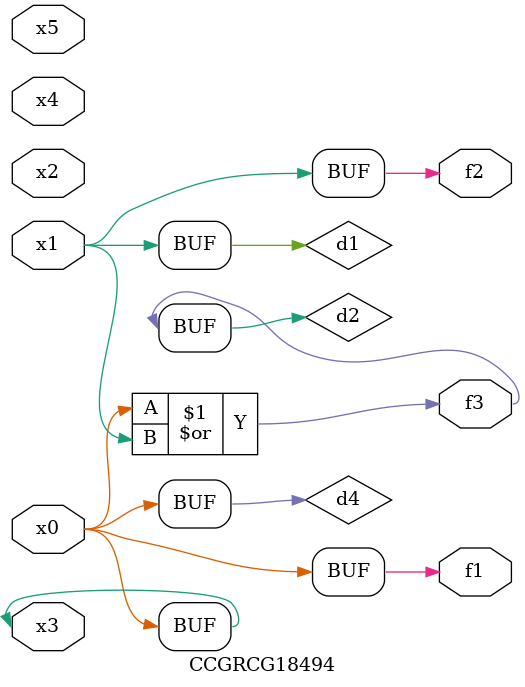
<source format=v>
module CCGRCG18494(
	input x0, x1, x2, x3, x4, x5,
	output f1, f2, f3
);

	wire d1, d2, d3, d4;

	and (d1, x1);
	or (d2, x0, x1);
	nand (d3, x0, x5);
	buf (d4, x0, x3);
	assign f1 = d4;
	assign f2 = d1;
	assign f3 = d2;
endmodule

</source>
